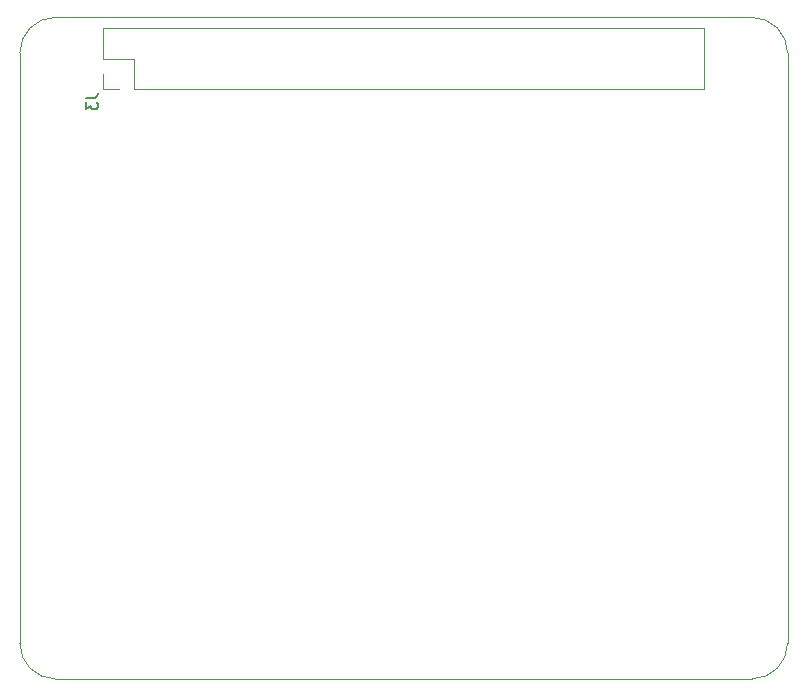
<source format=gbr>
G04 #@! TF.GenerationSoftware,KiCad,Pcbnew,7.0.8*
G04 #@! TF.CreationDate,2024-01-24T18:36:25+01:00*
G04 #@! TF.ProjectId,EDU_V3_0_Raspi_Hat,4544555f-5633-45f3-905f-52617370695f,rev?*
G04 #@! TF.SameCoordinates,Original*
G04 #@! TF.FileFunction,Legend,Bot*
G04 #@! TF.FilePolarity,Positive*
%FSLAX46Y46*%
G04 Gerber Fmt 4.6, Leading zero omitted, Abs format (unit mm)*
G04 Created by KiCad (PCBNEW 7.0.8) date 2024-01-24 18:36:25*
%MOMM*%
%LPD*%
G01*
G04 APERTURE LIST*
%ADD10C,0.150000*%
%ADD11C,0.120000*%
G04 #@! TA.AperFunction,Profile*
%ADD12C,0.100000*%
G04 #@! TD*
G04 APERTURE END LIST*
D10*
X84163819Y-67611666D02*
X84878104Y-67611666D01*
X84878104Y-67611666D02*
X85020961Y-67564047D01*
X85020961Y-67564047D02*
X85116200Y-67468809D01*
X85116200Y-67468809D02*
X85163819Y-67325952D01*
X85163819Y-67325952D02*
X85163819Y-67230714D01*
X84163819Y-67992619D02*
X84163819Y-68611666D01*
X84163819Y-68611666D02*
X84544771Y-68278333D01*
X84544771Y-68278333D02*
X84544771Y-68421190D01*
X84544771Y-68421190D02*
X84592390Y-68516428D01*
X84592390Y-68516428D02*
X84640009Y-68564047D01*
X84640009Y-68564047D02*
X84735247Y-68611666D01*
X84735247Y-68611666D02*
X84973342Y-68611666D01*
X84973342Y-68611666D02*
X85068580Y-68564047D01*
X85068580Y-68564047D02*
X85116200Y-68516428D01*
X85116200Y-68516428D02*
X85163819Y-68421190D01*
X85163819Y-68421190D02*
X85163819Y-68135476D01*
X85163819Y-68135476D02*
X85116200Y-68040238D01*
X85116200Y-68040238D02*
X85068580Y-67992619D01*
D11*
X85590000Y-66920000D02*
X86920000Y-66920000D01*
X88190000Y-64320000D02*
X88190000Y-66920000D01*
X136510000Y-61720000D02*
X136510000Y-66920000D01*
X85590000Y-61720000D02*
X136510000Y-61720000D01*
X85590000Y-61720000D02*
X85590000Y-64320000D01*
X88190000Y-66920000D02*
X136510000Y-66920000D01*
X85590000Y-64320000D02*
X88190000Y-64320000D01*
X85590000Y-65590000D02*
X85590000Y-66920000D01*
D12*
X143546356Y-113817611D02*
X143546356Y-63817611D01*
X78546356Y-63817611D02*
X78546356Y-113817611D01*
X140546356Y-116817555D02*
G75*
G03*
X143546350Y-113822847I44J2999955D01*
G01*
X140546356Y-60817611D02*
X81546356Y-60817611D01*
X81546356Y-116817611D02*
X140546356Y-116817611D01*
X143546389Y-63817611D02*
G75*
G03*
X140546356Y-60817611I-2999989J11D01*
G01*
X81546356Y-60817556D02*
G75*
G03*
X78546356Y-63817611I44J-3000044D01*
G01*
X78546389Y-113817611D02*
G75*
G03*
X81546356Y-116817611I3000011J11D01*
G01*
M02*

</source>
